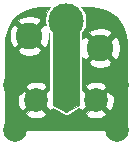
<source format=gbr>
%TF.GenerationSoftware,KiCad,Pcbnew,(5.1.10)-1*%
%TF.CreationDate,2021-08-30T23:33:42-07:00*%
%TF.ProjectId,MGB_USB_C,4d47425f-5553-4425-9f43-2e6b69636164,rev?*%
%TF.SameCoordinates,Original*%
%TF.FileFunction,Copper,L2,Bot*%
%TF.FilePolarity,Positive*%
%FSLAX46Y46*%
G04 Gerber Fmt 4.6, Leading zero omitted, Abs format (unit mm)*
G04 Created by KiCad (PCBNEW (5.1.10)-1) date 2021-08-30 23:33:42*
%MOMM*%
%LPD*%
G01*
G04 APERTURE LIST*
%TA.AperFunction,ComponentPad*%
%ADD10C,2.000000*%
%TD*%
%TA.AperFunction,ComponentPad*%
%ADD11C,2.250000*%
%TD*%
%TA.AperFunction,SMDPad,CuDef*%
%ADD12C,2.000000*%
%TD*%
%TA.AperFunction,ComponentPad*%
%ADD13C,3.000000*%
%TD*%
%TA.AperFunction,ViaPad*%
%ADD14C,0.800000*%
%TD*%
%TA.AperFunction,Conductor*%
%ADD15C,0.500000*%
%TD*%
%TA.AperFunction,Conductor*%
%ADD16C,0.100000*%
%TD*%
G04 APERTURE END LIST*
D10*
%TO.P,P1,MH1*%
%TO.N,GND*%
X141352080Y-106243280D03*
%TO.P,P1,MH2*%
X149992080Y-106243280D03*
%TO.P,P1,MH3*%
X149992080Y-102443280D03*
%TO.P,P1,MH4*%
X141352080Y-102443280D03*
%TD*%
D11*
%TO.P,J1,2*%
%TO.N,GND*%
X142580360Y-98292920D03*
D12*
%TO.P,J1,4*%
X143139160Y-103728520D03*
%TO.P,J1,5*%
X148193760Y-103728520D03*
D11*
%TO.P,J1,3*%
X148574760Y-99308920D03*
D13*
%TO.P,J1,1*%
%TO.N,Net-(J1-Pad1)*%
X145653760Y-96997520D03*
%TD*%
D14*
%TO.N,Net-(J1-Pad1)*%
X145646140Y-103487220D03*
%TD*%
D15*
%TO.N,GND*%
X148193760Y-99689920D02*
X148574760Y-99308920D01*
X143139160Y-98851720D02*
X142580360Y-98292920D01*
X143139160Y-103728520D02*
X143139160Y-104456200D01*
X148193760Y-103728520D02*
X148193760Y-104444960D01*
%TO.N,Net-(J1-Pad1)*%
X145646140Y-97005140D02*
X145653760Y-96997520D01*
X145646140Y-103487220D02*
X145646140Y-97005140D01*
%TD*%
D16*
%TO.N,GND*%
X144294446Y-95881960D02*
X144102930Y-96168584D01*
X143971011Y-96487064D01*
X143903760Y-96825160D01*
X143903760Y-97169880D01*
X143953363Y-97419255D01*
X143812263Y-97349517D01*
X142868860Y-98292920D01*
X143812263Y-99236323D01*
X144058442Y-99114651D01*
X144190352Y-98810502D01*
X144260392Y-98486462D01*
X144265869Y-98154985D01*
X144244722Y-98038663D01*
X144276000Y-98085474D01*
X144276000Y-102880180D01*
X143427660Y-103728520D01*
X144281400Y-104582260D01*
X144514816Y-104475835D01*
X144533986Y-104430426D01*
X145547589Y-104993539D01*
X145600320Y-105015381D01*
X145648535Y-105024161D01*
X145697538Y-105023366D01*
X145745443Y-105013026D01*
X145790411Y-104993539D01*
X146011413Y-104870760D01*
X147340020Y-104870760D01*
X147446445Y-105104176D01*
X147729182Y-105223537D01*
X148029771Y-105285445D01*
X148336663Y-105287522D01*
X148638064Y-105229687D01*
X148922390Y-105114163D01*
X148941075Y-105104176D01*
X149047500Y-104870760D01*
X148193760Y-104017020D01*
X147340020Y-104870760D01*
X146011413Y-104870760D01*
X146798503Y-104433488D01*
X146808117Y-104457150D01*
X146818104Y-104475835D01*
X147051520Y-104582260D01*
X147905260Y-103728520D01*
X148482260Y-103728520D01*
X149336000Y-104582260D01*
X149569416Y-104475835D01*
X149688777Y-104193098D01*
X149750685Y-103892509D01*
X149752762Y-103585617D01*
X149694927Y-103284216D01*
X149579403Y-102999890D01*
X149569416Y-102981205D01*
X149336000Y-102874780D01*
X148482260Y-103728520D01*
X147905260Y-103728520D01*
X147062000Y-102885260D01*
X147062000Y-102586280D01*
X147340020Y-102586280D01*
X148193760Y-103440020D01*
X149047500Y-102586280D01*
X148941075Y-102352864D01*
X148658338Y-102233503D01*
X148357749Y-102171595D01*
X148050857Y-102169518D01*
X147749456Y-102227353D01*
X147465130Y-102342877D01*
X147446445Y-102352864D01*
X147340020Y-102586280D01*
X147062000Y-102586280D01*
X147062000Y-100540823D01*
X147631357Y-100540823D01*
X147753029Y-100787002D01*
X148057178Y-100918912D01*
X148381218Y-100988952D01*
X148712695Y-100994429D01*
X149038870Y-100935132D01*
X149347211Y-100813341D01*
X149396491Y-100787002D01*
X149518163Y-100540823D01*
X148574760Y-99597420D01*
X147631357Y-100540823D01*
X147062000Y-100540823D01*
X147062000Y-100060259D01*
X147070339Y-100081371D01*
X147096678Y-100130651D01*
X147342857Y-100252323D01*
X148286260Y-99308920D01*
X148863260Y-99308920D01*
X149806663Y-100252323D01*
X150052842Y-100130651D01*
X150184752Y-99826502D01*
X150254792Y-99502462D01*
X150260269Y-99170985D01*
X150200972Y-98844810D01*
X150079181Y-98536469D01*
X150052842Y-98487189D01*
X149806663Y-98365517D01*
X148863260Y-99308920D01*
X148286260Y-99308920D01*
X147342857Y-98365517D01*
X147096678Y-98487189D01*
X147062000Y-98567147D01*
X147062000Y-98077017D01*
X147631357Y-98077017D01*
X148574760Y-99020420D01*
X149518163Y-98077017D01*
X149396491Y-97830838D01*
X149092342Y-97698928D01*
X148768302Y-97628888D01*
X148436825Y-97623411D01*
X148110650Y-97682708D01*
X147802309Y-97804499D01*
X147753029Y-97830838D01*
X147631357Y-98077017D01*
X147062000Y-98077017D01*
X147062000Y-98039857D01*
X147204590Y-97826456D01*
X147336509Y-97507976D01*
X147403760Y-97169880D01*
X147403760Y-96825160D01*
X147336509Y-96487064D01*
X147204590Y-96168584D01*
X147013074Y-95881960D01*
X146970134Y-95839020D01*
X147824519Y-95839020D01*
X148418581Y-95897269D01*
X148981779Y-96067307D01*
X149501225Y-96343502D01*
X149957129Y-96715328D01*
X150332135Y-97168633D01*
X150611944Y-97686128D01*
X150785913Y-98248134D01*
X150848274Y-98841461D01*
X150848321Y-98854873D01*
X150848320Y-105414899D01*
X150831784Y-105583540D01*
X150785295Y-105737521D01*
X150709780Y-105879545D01*
X150608121Y-106004191D01*
X150484186Y-106106720D01*
X150342696Y-106183223D01*
X150189038Y-106230788D01*
X150020903Y-106248460D01*
X141338496Y-106247701D01*
X141169840Y-106231164D01*
X141015859Y-106184675D01*
X140873835Y-106109160D01*
X140749189Y-106007501D01*
X140646660Y-105883566D01*
X140570157Y-105742076D01*
X140522592Y-105588418D01*
X140504920Y-105420284D01*
X140504920Y-104870760D01*
X142285420Y-104870760D01*
X142391845Y-105104176D01*
X142674582Y-105223537D01*
X142975171Y-105285445D01*
X143282063Y-105287522D01*
X143583464Y-105229687D01*
X143867790Y-105114163D01*
X143886475Y-105104176D01*
X143992900Y-104870760D01*
X143139160Y-104017020D01*
X142285420Y-104870760D01*
X140504920Y-104870760D01*
X140504920Y-103871423D01*
X141580158Y-103871423D01*
X141637993Y-104172824D01*
X141753517Y-104457150D01*
X141763504Y-104475835D01*
X141996920Y-104582260D01*
X142850660Y-103728520D01*
X141996920Y-102874780D01*
X141763504Y-102981205D01*
X141644143Y-103263942D01*
X141582235Y-103564531D01*
X141580158Y-103871423D01*
X140504920Y-103871423D01*
X140504920Y-102586280D01*
X142285420Y-102586280D01*
X143139160Y-103440020D01*
X143992900Y-102586280D01*
X143886475Y-102352864D01*
X143603738Y-102233503D01*
X143303149Y-102171595D01*
X142996257Y-102169518D01*
X142694856Y-102227353D01*
X142410530Y-102342877D01*
X142391845Y-102352864D01*
X142285420Y-102586280D01*
X140504920Y-102586280D01*
X140504920Y-99524823D01*
X141636957Y-99524823D01*
X141758629Y-99771002D01*
X142062778Y-99902912D01*
X142386818Y-99972952D01*
X142718295Y-99978429D01*
X143044470Y-99919132D01*
X143352811Y-99797341D01*
X143402091Y-99771002D01*
X143523763Y-99524823D01*
X142580360Y-98581420D01*
X141636957Y-99524823D01*
X140504920Y-99524823D01*
X140504920Y-98862821D01*
X140547275Y-98430855D01*
X140894851Y-98430855D01*
X140954148Y-98757030D01*
X141075939Y-99065371D01*
X141102278Y-99114651D01*
X141348457Y-99236323D01*
X142291860Y-98292920D01*
X141348457Y-97349517D01*
X141102278Y-97471189D01*
X140970368Y-97775338D01*
X140900328Y-98099378D01*
X140894851Y-98430855D01*
X140547275Y-98430855D01*
X140563169Y-98268759D01*
X140733207Y-97705561D01*
X141009402Y-97186115D01*
X141111429Y-97061017D01*
X141636957Y-97061017D01*
X142580360Y-98004420D01*
X143523763Y-97061017D01*
X143402091Y-96814838D01*
X143097942Y-96682928D01*
X142773902Y-96612888D01*
X142442425Y-96607411D01*
X142116250Y-96666708D01*
X141807909Y-96788499D01*
X141758629Y-96814838D01*
X141636957Y-97061017D01*
X141111429Y-97061017D01*
X141381228Y-96730211D01*
X141834533Y-96355205D01*
X142352028Y-96075396D01*
X142914034Y-95901427D01*
X143507361Y-95839066D01*
X143520487Y-95839020D01*
X144337386Y-95839020D01*
X144294446Y-95881960D01*
%TA.AperFunction,Conductor*%
G36*
X144294446Y-95881960D02*
G01*
X144102930Y-96168584D01*
X143971011Y-96487064D01*
X143903760Y-96825160D01*
X143903760Y-97169880D01*
X143953363Y-97419255D01*
X143812263Y-97349517D01*
X142868860Y-98292920D01*
X143812263Y-99236323D01*
X144058442Y-99114651D01*
X144190352Y-98810502D01*
X144260392Y-98486462D01*
X144265869Y-98154985D01*
X144244722Y-98038663D01*
X144276000Y-98085474D01*
X144276000Y-102880180D01*
X143427660Y-103728520D01*
X144281400Y-104582260D01*
X144514816Y-104475835D01*
X144533986Y-104430426D01*
X145547589Y-104993539D01*
X145600320Y-105015381D01*
X145648535Y-105024161D01*
X145697538Y-105023366D01*
X145745443Y-105013026D01*
X145790411Y-104993539D01*
X146011413Y-104870760D01*
X147340020Y-104870760D01*
X147446445Y-105104176D01*
X147729182Y-105223537D01*
X148029771Y-105285445D01*
X148336663Y-105287522D01*
X148638064Y-105229687D01*
X148922390Y-105114163D01*
X148941075Y-105104176D01*
X149047500Y-104870760D01*
X148193760Y-104017020D01*
X147340020Y-104870760D01*
X146011413Y-104870760D01*
X146798503Y-104433488D01*
X146808117Y-104457150D01*
X146818104Y-104475835D01*
X147051520Y-104582260D01*
X147905260Y-103728520D01*
X148482260Y-103728520D01*
X149336000Y-104582260D01*
X149569416Y-104475835D01*
X149688777Y-104193098D01*
X149750685Y-103892509D01*
X149752762Y-103585617D01*
X149694927Y-103284216D01*
X149579403Y-102999890D01*
X149569416Y-102981205D01*
X149336000Y-102874780D01*
X148482260Y-103728520D01*
X147905260Y-103728520D01*
X147062000Y-102885260D01*
X147062000Y-102586280D01*
X147340020Y-102586280D01*
X148193760Y-103440020D01*
X149047500Y-102586280D01*
X148941075Y-102352864D01*
X148658338Y-102233503D01*
X148357749Y-102171595D01*
X148050857Y-102169518D01*
X147749456Y-102227353D01*
X147465130Y-102342877D01*
X147446445Y-102352864D01*
X147340020Y-102586280D01*
X147062000Y-102586280D01*
X147062000Y-100540823D01*
X147631357Y-100540823D01*
X147753029Y-100787002D01*
X148057178Y-100918912D01*
X148381218Y-100988952D01*
X148712695Y-100994429D01*
X149038870Y-100935132D01*
X149347211Y-100813341D01*
X149396491Y-100787002D01*
X149518163Y-100540823D01*
X148574760Y-99597420D01*
X147631357Y-100540823D01*
X147062000Y-100540823D01*
X147062000Y-100060259D01*
X147070339Y-100081371D01*
X147096678Y-100130651D01*
X147342857Y-100252323D01*
X148286260Y-99308920D01*
X148863260Y-99308920D01*
X149806663Y-100252323D01*
X150052842Y-100130651D01*
X150184752Y-99826502D01*
X150254792Y-99502462D01*
X150260269Y-99170985D01*
X150200972Y-98844810D01*
X150079181Y-98536469D01*
X150052842Y-98487189D01*
X149806663Y-98365517D01*
X148863260Y-99308920D01*
X148286260Y-99308920D01*
X147342857Y-98365517D01*
X147096678Y-98487189D01*
X147062000Y-98567147D01*
X147062000Y-98077017D01*
X147631357Y-98077017D01*
X148574760Y-99020420D01*
X149518163Y-98077017D01*
X149396491Y-97830838D01*
X149092342Y-97698928D01*
X148768302Y-97628888D01*
X148436825Y-97623411D01*
X148110650Y-97682708D01*
X147802309Y-97804499D01*
X147753029Y-97830838D01*
X147631357Y-98077017D01*
X147062000Y-98077017D01*
X147062000Y-98039857D01*
X147204590Y-97826456D01*
X147336509Y-97507976D01*
X147403760Y-97169880D01*
X147403760Y-96825160D01*
X147336509Y-96487064D01*
X147204590Y-96168584D01*
X147013074Y-95881960D01*
X146970134Y-95839020D01*
X147824519Y-95839020D01*
X148418581Y-95897269D01*
X148981779Y-96067307D01*
X149501225Y-96343502D01*
X149957129Y-96715328D01*
X150332135Y-97168633D01*
X150611944Y-97686128D01*
X150785913Y-98248134D01*
X150848274Y-98841461D01*
X150848321Y-98854873D01*
X150848320Y-105414899D01*
X150831784Y-105583540D01*
X150785295Y-105737521D01*
X150709780Y-105879545D01*
X150608121Y-106004191D01*
X150484186Y-106106720D01*
X150342696Y-106183223D01*
X150189038Y-106230788D01*
X150020903Y-106248460D01*
X141338496Y-106247701D01*
X141169840Y-106231164D01*
X141015859Y-106184675D01*
X140873835Y-106109160D01*
X140749189Y-106007501D01*
X140646660Y-105883566D01*
X140570157Y-105742076D01*
X140522592Y-105588418D01*
X140504920Y-105420284D01*
X140504920Y-104870760D01*
X142285420Y-104870760D01*
X142391845Y-105104176D01*
X142674582Y-105223537D01*
X142975171Y-105285445D01*
X143282063Y-105287522D01*
X143583464Y-105229687D01*
X143867790Y-105114163D01*
X143886475Y-105104176D01*
X143992900Y-104870760D01*
X143139160Y-104017020D01*
X142285420Y-104870760D01*
X140504920Y-104870760D01*
X140504920Y-103871423D01*
X141580158Y-103871423D01*
X141637993Y-104172824D01*
X141753517Y-104457150D01*
X141763504Y-104475835D01*
X141996920Y-104582260D01*
X142850660Y-103728520D01*
X141996920Y-102874780D01*
X141763504Y-102981205D01*
X141644143Y-103263942D01*
X141582235Y-103564531D01*
X141580158Y-103871423D01*
X140504920Y-103871423D01*
X140504920Y-102586280D01*
X142285420Y-102586280D01*
X143139160Y-103440020D01*
X143992900Y-102586280D01*
X143886475Y-102352864D01*
X143603738Y-102233503D01*
X143303149Y-102171595D01*
X142996257Y-102169518D01*
X142694856Y-102227353D01*
X142410530Y-102342877D01*
X142391845Y-102352864D01*
X142285420Y-102586280D01*
X140504920Y-102586280D01*
X140504920Y-99524823D01*
X141636957Y-99524823D01*
X141758629Y-99771002D01*
X142062778Y-99902912D01*
X142386818Y-99972952D01*
X142718295Y-99978429D01*
X143044470Y-99919132D01*
X143352811Y-99797341D01*
X143402091Y-99771002D01*
X143523763Y-99524823D01*
X142580360Y-98581420D01*
X141636957Y-99524823D01*
X140504920Y-99524823D01*
X140504920Y-98862821D01*
X140547275Y-98430855D01*
X140894851Y-98430855D01*
X140954148Y-98757030D01*
X141075939Y-99065371D01*
X141102278Y-99114651D01*
X141348457Y-99236323D01*
X142291860Y-98292920D01*
X141348457Y-97349517D01*
X141102278Y-97471189D01*
X140970368Y-97775338D01*
X140900328Y-98099378D01*
X140894851Y-98430855D01*
X140547275Y-98430855D01*
X140563169Y-98268759D01*
X140733207Y-97705561D01*
X141009402Y-97186115D01*
X141111429Y-97061017D01*
X141636957Y-97061017D01*
X142580360Y-98004420D01*
X143523763Y-97061017D01*
X143402091Y-96814838D01*
X143097942Y-96682928D01*
X142773902Y-96612888D01*
X142442425Y-96607411D01*
X142116250Y-96666708D01*
X141807909Y-96788499D01*
X141758629Y-96814838D01*
X141636957Y-97061017D01*
X141111429Y-97061017D01*
X141381228Y-96730211D01*
X141834533Y-96355205D01*
X142352028Y-96075396D01*
X142914034Y-95901427D01*
X143507361Y-95839066D01*
X143520487Y-95839020D01*
X144337386Y-95839020D01*
X144294446Y-95881960D01*
G37*
%TD.AperFunction*%
%TD*%
%TO.N,Net-(J1-Pad1)*%
X146762000Y-104110580D02*
X145669000Y-104717802D01*
X144576000Y-104110580D01*
X144576000Y-96316000D01*
X146762000Y-96316000D01*
X146762000Y-104110580D01*
%TA.AperFunction,Conductor*%
G36*
X146762000Y-104110580D02*
G01*
X145669000Y-104717802D01*
X144576000Y-104110580D01*
X144576000Y-96316000D01*
X146762000Y-96316000D01*
X146762000Y-104110580D01*
G37*
%TD.AperFunction*%
%TD*%
M02*

</source>
